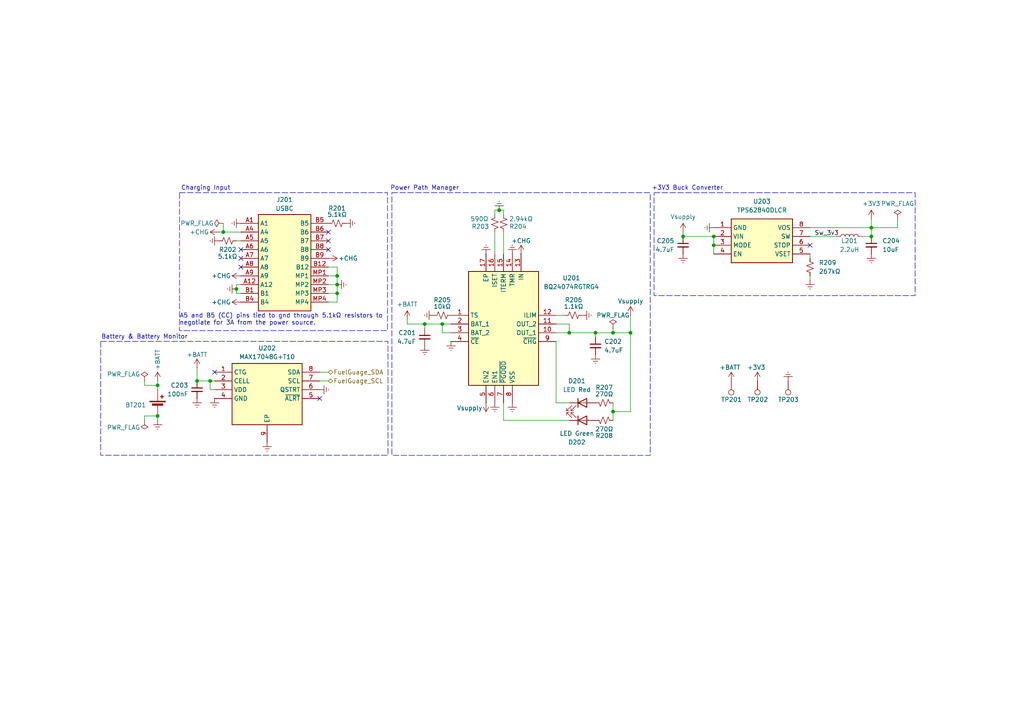
<source format=kicad_sch>
(kicad_sch (version 20250114) (generator "eeschema") (generator_version "9.0")
  (paper "A4")
  (title_block (title "sniffRF_900MHz") (date "2025-11-02") (rev "A") (company "Karthik Raj"))
  (lib_symbols
    (symbol "Connector:TestPoint" (pin_numbers (hide yes)) (pin_names (offset 0.762) (hide yes))
      (property "Reference" "TP" (at 0 6.858 0))
      (property "Value" "TestPoint" (at 0 5.08 0))
      (symbol "TestPoint_0_1"
        (circle (center 0 3.302) (radius 0.762))
      )
      (symbol "TestPoint_1_1"
        (pin passive line (at 0 0 90) (length 2.54) (name "1") (number "1"))
      )
    )
    (symbol "Device:Battery_Cell" (pin_numbers (hide yes)) (pin_names (offset 0) (hide yes))
      (property "Reference" "BT201" (at -6.985 1.8415 90))
      (property "Value" "Battery_Cell" (at -4.445 1.8415 90))
      (symbol "Battery_Cell_0_1"
        (rectangle (start -2.286 1.778) (end 2.286 1.524) (fill (type outline)))
        (rectangle (start -1.524 1.016) (end 1.524 0.508) (fill (type outline)))
        (polyline (pts (xy 0 1.778) (xy 0 2.54)))
        (polyline (pts (xy 0 0.762) (xy 0 0)))
        (polyline (pts (xy 0.762 3.048) (xy 1.778 3.048)) (stroke (width 0.254)))
        (polyline (pts (xy 1.27 3.556) (xy 1.27 2.54)) (stroke (width 0.254)))
      )
      (symbol "Battery_Cell_1_1"
        (pin passive line (at 0 5.08 270) (length 2.54) (name "+") (number "2"))
        (pin passive line (at 0 -2.54 90) (length 2.54) (name "-") (number "1"))
      )
    )
    (symbol "Device:C_Small" (pin_numbers (hide yes)) (pin_names (offset 0.254) (hide yes))
      (property "Reference" "C" (at 0.254 1.778 0))
      (property "Value" "C_Small" (at 0.254 -2.032 0))
      (symbol "C_Small_0_1"
        (polyline (pts (xy -1.524 0.508) (xy 1.524 0.508)) (stroke (width 0.3048)))
        (polyline (pts (xy -1.524 -0.508) (xy 1.524 -0.508)) (stroke (width 0.3302)))
      )
      (symbol "C_Small_1_1"
        (pin passive line (at 0 2.54 270) (length 2.032) (name "~") (number "1"))
        (pin passive line (at 0 -2.54 90) (length 2.032) (name "~") (number "2"))
      )
    )
    (symbol "Device:L" (pin_numbers (hide yes)) (pin_names (offset 1.016) (hide yes))
      (property "Reference" "L" (at -1.27 0 90))
      (property "Value" "L" (at 1.905 0 90))
      (symbol "L_0_1"
        (arc (start 0 2.54) (mid 0.6323 1.905) (end 0 1.27))
        (arc (start 0 1.27) (mid 0.6323 0.635) (end 0 0))
        (arc (start 0 0) (mid 0.6323 -0.635) (end 0 -1.27))
        (arc (start 0 -1.27) (mid 0.6323 -1.905) (end 0 -2.54))
      )
      (symbol "L_1_1"
        (pin passive line (at 0 3.81 270) (length 1.27) (name "1") (number "1"))
        (pin passive line (at 0 -3.81 90) (length 1.27) (name "2") (number "2"))
      )
    )
    (symbol "Device:LED" (pin_numbers (hide yes)) (pin_names (offset 1.016) (hide yes))
      (property "Reference" "D" (at 0 2.54 0))
      (property "Value" "LED" (at 0 -2.54 0))
      (symbol "LED_0_1"
        (polyline (pts (xy -3.048 -0.762) (xy -4.572 -2.286) (xy -3.81 -2.286) (xy -4.572 -2.286) (xy -4.572 -1.524)))
        (polyline (pts (xy -1.778 -0.762) (xy -3.302 -2.286) (xy -2.54 -2.286) (xy -3.302 -2.286) (xy -3.302 -1.524)))
        (polyline (pts (xy -1.27 0) (xy 1.27 0)))
        (polyline (pts (xy -1.27 -1.27) (xy -1.27 1.27)) (stroke (width 0.254)))
        (polyline (pts (xy 1.27 -1.27) (xy 1.27 1.27) (xy -1.27 0) (xy 1.27 -1.27)) (stroke (width 0.254)))
      )
      (symbol "LED_1_1"
        (pin passive line (at -3.81 0 0) (length 2.54) (name "K") (number "1"))
        (pin passive line (at 3.81 0 180) (length 2.54) (name "A") (number "2"))
      )
    )
    (symbol "Device:R_Small_US" (pin_numbers (hide yes)) (pin_names (offset 0.254) (hide yes))
      (property "Reference" "R" (at 0.762 0.508 0))
      (property "Value" "R_Small_US" (at 0.762 -1.016 0))
      (symbol "R_Small_US_1_1"
        (polyline (pts (xy 0 1.524) (xy 1.016 1.143) (xy 0 0.762) (xy -1.016 0.381) (xy 0 0)))
        (polyline (pts (xy 0 0) (xy 1.016 -0.381) (xy 0 -0.762) (xy -1.016 -1.143) (xy 0 -1.524)))
        (pin passive line (at 0 2.54 270) (length 1.016) (name "~") (number "1"))
        (pin passive line (at 0 -2.54 90) (length 1.016) (name "~") (number "2"))
      )
    )
    (symbol "kRaj-KiCAD-Library:Buck_TI_TPS62840DLCR"
      (property "Reference" "IC" (at 24.13 7.62 0))
      (property "Value" "Buck_TI_TPS62840DLCR" (at 24.13 5.08 0))
      (symbol "Buck_TI_TPS62840DLCR_1_1"
        (rectangle (start 5.08 2.54) (end 22.86 -10.16) (stroke (width 0.254)) (fill (type background)))
        (pin passive line (at 0 0 0) (length 5.08) (name "GND") (number "1"))
        (pin passive line (at 0 -2.54 0) (length 5.08) (name "VIN") (number "2"))
        (pin passive line (at 0 -5.08 0) (length 5.08) (name "MODE") (number "3"))
        (pin passive line (at 0 -7.62 0) (length 5.08) (name "EN") (number "4"))
        (pin passive line (at 27.94 0 180) (length 5.08) (name "VOS") (number "8"))
        (pin passive line (at 27.94 -2.54 180) (length 5.08) (name "SW") (number "7"))
        (pin passive line (at 27.94 -5.08 180) (length 5.08) (name "STOP") (number "6"))
        (pin passive line (at 27.94 -7.62 180) (length 5.08) (name "VSET") (number "5"))
      )
    )
    (symbol "kRaj-KiCAD-Library:Connector_GCT_USB4110-GF-A"
      (property "Reference" "J" (at 21.59 7.62 0))
      (property "Value" "Connector_GCT_USB4110-GF-A" (at 21.59 5.08 0))
      (symbol "Connector_GCT_USB4110-GF-A_1_1"
        (rectangle (start 5.08 2.54) (end 20.32 -25.4) (stroke (width 0.254)) (fill (type background)))
        (pin passive line (at 0 0 0) (length 5.08) (name "A1") (number "A1"))
        (pin passive line (at 0 -2.54 0) (length 5.08) (name "A4") (number "A4"))
        (pin passive line (at 0 -5.08 0) (length 5.08) (name "A5") (number "A5"))
        (pin passive line (at 0 -7.62 0) (length 5.08) (name "A6") (number "A6"))
        (pin passive line (at 0 -10.16 0) (length 5.08) (name "A7") (number "A7"))
        (pin passive line (at 0 -12.7 0) (length 5.08) (name "A8") (number "A8"))
        (pin passive line (at 0 -15.24 0) (length 5.08) (name "A9") (number "A9"))
        (pin passive line (at 0 -17.78 0) (length 5.08) (name "A12") (number "A12"))
        (pin passive line (at 0 -20.32 0) (length 5.08) (name "B1") (number "B1"))
        (pin passive line (at 0 -22.86 0) (length 5.08) (name "B4") (number "B4"))
        (pin passive line (at 25.4 0 180) (length 5.08) (name "B5") (number "B5"))
        (pin passive line (at 25.4 -2.54 180) (length 5.08) (name "B6") (number "B6"))
        (pin passive line (at 25.4 -5.08 180) (length 5.08) (name "B7") (number "B7"))
        (pin passive line (at 25.4 -7.62 180) (length 5.08) (name "B8") (number "B8"))
        (pin passive line (at 25.4 -10.16 180) (length 5.08) (name "B9") (number "B9"))
        (pin passive line (at 25.4 -12.7 180) (length 5.08) (name "B12") (number "B12"))
        (pin passive line (at 25.4 -15.24 180) (length 5.08) (name "MP1") (number "MP1"))
        (pin passive line (at 25.4 -17.78 180) (length 5.08) (name "MP2") (number "MP2"))
        (pin passive line (at 25.4 -20.32 180) (length 5.08) (name "MP3") (number "MP3"))
        (pin passive line (at 25.4 -22.86 180) (length 5.08) (name "MP4") (number "MP4"))
      )
    )
    (symbol "kRaj-KiCAD-Library:FuelGauge_AD_MAX17048G+T10"
      (property "Reference" "IC" (at 26.67 7.62 0))
      (property "Value" "FuelGauge_AD_MAX17048G+T10" (at 26.67 5.08 0))
      (symbol "FuelGauge_AD_MAX17048G+T10_1_1"
        (rectangle (start 5.08 2.54) (end 25.4 -15.24) (stroke (width 0.254)) (fill (type background)))
        (pin passive line (at 0 0 0) (length 5.08) (name "CTG") (number "1"))
        (pin passive line (at 0 -2.54 0) (length 5.08) (name "CELL") (number "2"))
        (pin passive line (at 0 -5.08 0) (length 5.08) (name "VDD") (number "3"))
        (pin passive line (at 0 -7.62 0) (length 5.08) (name "GND") (number "4"))
        (pin passive line (at 15.24 -20.32 90) (length 5.08) (name "EP") (number "9"))
        (pin passive line (at 30.48 0 180) (length 5.08) (name "SDA") (number "8"))
        (pin passive line (at 30.48 -2.54 180) (length 5.08) (name "SCL") (number "7"))
        (pin passive line (at 30.48 -5.08 180) (length 5.08) (name "QSTRT") (number "6"))
        (pin passive line (at 30.48 -7.62 180) (length 5.08) (name "~{ALRT}") (number "5"))
      )
    )
    (symbol "kRaj-KiCAD-Library:PowerPath_TI_BQ24074RGTRG4"
      (property "Reference" "IC" (at 26.67 17.78 0))
      (property "Value" "PowerPath_TI_BQ24074RGTRG4" (at 26.67 15.24 0))
      (symbol "PowerPath_TI_BQ24074RGTRG4_1_1"
        (rectangle (start 5.08 12.7) (end 25.4 -20.32) (stroke (width 0.254)) (fill (type background)))
        (pin passive line (at 0 0 0) (length 5.08) (name "TS") (number "1"))
        (pin passive line (at 0 -2.54 0) (length 5.08) (name "BAT_1") (number "2"))
        (pin passive line (at 0 -5.08 0) (length 5.08) (name "BAT_2") (number "3"))
        (pin passive line (at 0 -7.62 0) (length 5.08) (name "~{CE}") (number "4"))
        (pin passive line (at 10.16 17.78 270) (length 5.08) (name "EP") (number "17"))
        (pin passive line (at 10.16 -25.4 90) (length 5.08) (name "EN2") (number "5"))
        (pin passive line (at 12.7 17.78 270) (length 5.08) (name "ISET") (number "16"))
        (pin passive line (at 12.7 -25.4 90) (length 5.08) (name "EN1") (number "6"))
        (pin passive line (at 15.24 17.78 270) (length 5.08) (name "ITERM") (number "15"))
        (pin passive line (at 15.24 -25.4 90) (length 5.08) (name "~{PGOOD}") (number "7"))
        (pin passive line (at 17.78 17.78 270) (length 5.08) (name "TMR") (number "14"))
        (pin passive line (at 17.78 -25.4 90) (length 5.08) (name "VSS") (number "8"))
        (pin passive line (at 20.32 17.78 270) (length 5.08) (name "IN") (number "13"))
        (pin passive line (at 30.48 0 180) (length 5.08) (name "ILIM") (number "12"))
        (pin passive line (at 30.48 -2.54 180) (length 5.08) (name "OUT_2") (number "11"))
        (pin passive line (at 30.48 -5.08 180) (length 5.08) (name "OUT_1") (number "10"))
        (pin passive line (at 30.48 -7.62 180) (length 5.08) (name "~{CHG}") (number "9"))
      )
    )
    (symbol "power:+3V3" (power) (pin_numbers (hide yes)) (pin_names (offset 0) (hide yes))
      (property "Value" "+3V3" (at 0 3.556 0))
      (symbol "+3V3_0_1"
        (polyline (pts (xy -0.762 1.27) (xy 0 2.54)))
        (polyline (pts (xy 0 2.54) (xy 0.762 1.27)))
        (polyline (pts (xy 0 0) (xy 0 2.54)))
      )
      (symbol "+3V3_1_1"
        (pin power_in line (at 0 0 90) (length 0) (name "~") (number "1"))
      )
    )
    (symbol "power:+BATT" (power) (pin_numbers (hide yes)) (pin_names (offset 0) (hide yes))
      (property "Value" "+BATT" (at 0 3.556 0))
      (symbol "+BATT_0_1"
        (polyline (pts (xy -0.762 1.27) (xy 0 2.54)))
        (polyline (pts (xy 0 2.54) (xy 0.762 1.27)))
        (polyline (pts (xy 0 0) (xy 0 2.54)))
      )
      (symbol "+BATT_1_1"
        (pin power_in line (at 0 0 90) (length 0) (name "~") (number "1"))
      )
    )
    (symbol "power:GNDREF" (power) (pin_numbers (hide yes)) (pin_names (offset 0) (hide yes))
      (property "Value" "GNDREF" (at 0 -3.81 0))
      (symbol "GNDREF_0_1"
        (polyline (pts (xy -0.635 -1.905) (xy 0.635 -1.905)))
        (polyline (pts (xy -0.127 -2.54) (xy 0.127 -2.54)))
        (polyline (pts (xy 0 -1.27) (xy 0 0)))
        (polyline (pts (xy 1.27 -1.27) (xy -1.27 -1.27)))
      )
      (symbol "GNDREF_1_1"
        (pin power_in line (at 0 0 270) (length 0) (name "~") (number "1"))
      )
    )
    (symbol "power:PWR_FLAG" (power) (pin_numbers (hide yes)) (pin_names (offset 0) (hide yes))
      (property "Value" "PWR_FLAG" (at 0 3.81 0))
      (symbol "PWR_FLAG_0_0"
        (pin power_out line (at 0 0 90) (length 0) (name "~") (number "1"))
      )
      (symbol "PWR_FLAG_0_1"
        (polyline (pts (xy 0 0) (xy 0 1.27) (xy -1.016 1.905) (xy 0 2.54) (xy 1.016 1.905) (xy 0 1.27)))
      )
    )
    (symbol "power:VCC" (power) (pin_numbers (hide yes)) (pin_names (offset 0) (hide yes))
      (property "Value" "VCC" (at 0 3.556 0))
      (symbol "VCC_0_1"
        (polyline (pts (xy -0.762 1.27) (xy 0 2.54)))
        (polyline (pts (xy 0 2.54) (xy 0.762 1.27)))
        (polyline (pts (xy 0 0) (xy 0 2.54)))
      )
      (symbol "VCC_1_1"
        (pin power_in line (at 0 0 90) (length 0) (name "~") (number "1"))
      )
    )
  )
  (rectangle (start 29.2099 99.0114) (end 112.5307 132.0314) (stroke (width 0) (type dash)))
  (rectangle (start 113.665 55.88) (end 188.595 132.08) (stroke (width 0) (type dash)))
  (rectangle (start 189.7057 55.8877) (end 265.4299 85.7327) (stroke (width 0) (type dash)))
  (rectangle (start 52.07 55.88) (end 112.395 95.885) (stroke (width 0) (type dash)))
  (text "A5 and B5 (CC) pins tied to gnd through 5.1kΩ resistors to \nnegotiate for 3A from the power source." (at 52.07 92.71 0) (effects (font (size 1.27 1.27)) (justify left)))
  (text "Charging Input" (at 59.69 54.61 0) (effects (font (size 1.27 1.27))))
  (text "Battery & Battery Monitor" (at 41.91 97.79 0) (effects (font (size 1.27 1.27))))
  (text "+3V3 Buck Converter" (at 199.39 54.61 0) (effects (font (size 1.27 1.27))))
  (text "Power Path Manager" (at 123.19 54.61 0) (effects (font (size 1.27 1.27))))
  (junction (at 177.8 96.52))
  (junction (at 182.88 96.52))
  (junction (at 165.1 96.52))
  (junction (at 207.01 68.58))
  (junction (at 97.79 82.55))
  (junction (at 172.72 96.52))
  (junction (at 45.72 111.76))
  (junction (at 64.77 67.31))
  (junction (at 123.19 93.98))
  (junction (at 252.73 68.58))
  (junction (at 198.12 68.58))
  (junction (at 177.8 119.38))
  (junction (at 45.72 120.65))
  (junction (at 128.27 93.98))
  (junction (at 252.73 66.04))
  (junction (at 144.78 60.96))
  (junction (at 60.96 110.49))
  (junction (at 57.15 110.49))
  (junction (at 68.58 83.82))
  (junction (at 97.79 85.09))
  (junction (at 207.01 71.12))
  (junction (at 97.79 80.01))
  (no_connect (at 69.85 72.39))
  (no_connect (at 95.25 72.39))
  (no_connect (at 62.23 107.95))
  (no_connect (at 69.85 77.47))
  (no_connect (at 69.85 74.93))
  (no_connect (at 92.71 115.57))
  (no_connect (at 95.25 67.31))
  (no_connect (at 234.95 71.12))
  (no_connect (at 95.25 69.85))
  (wire (pts (xy 92.71 107.95) (xy 95.25 107.95)))
  (wire (pts (xy 95.25 85.09) (xy 97.79 85.09)))
  (wire (pts (xy 165.1 121.92) (xy 146.05 121.92)))
  (wire (pts (xy 60.96 110.49) (xy 62.23 110.49)))
  (wire (pts (xy 260.35 63.5) (xy 260.35 66.04)))
  (wire (pts (xy 64.77 64.77) (xy 64.77 67.31)))
  (wire (pts (xy 64.77 67.31) (xy 69.85 67.31)))
  (wire (pts (xy 92.71 110.49) (xy 95.25 110.49)))
  (wire (pts (xy 95.25 82.55) (xy 97.79 82.55)))
  (wire (pts (xy 182.88 119.38) (xy 182.88 96.52)))
  (wire (pts (xy 165.1 96.52) (xy 172.72 96.52)))
  (wire (pts (xy 165.1 116.84) (xy 161.29 116.84)))
  (wire (pts (xy 62.23 113.03) (xy 60.96 113.03)))
  (wire (pts (xy 252.73 68.58) (xy 252.73 66.04)))
  (wire (pts (xy 118.11 93.98) (xy 123.19 93.98)))
  (wire (pts (xy 177.8 96.52) (xy 182.88 96.52)))
  (wire (pts (xy 68.58 69.85) (xy 69.85 69.85)))
  (wire (pts (xy 207.01 71.12) (xy 207.01 73.66)))
  (wire (pts (xy 97.79 80.01) (xy 97.79 82.55)))
  (wire (pts (xy 146.05 67.31) (xy 146.05 73.66)))
  (wire (pts (xy 207.01 68.58) (xy 207.01 71.12)))
  (wire (pts (xy 165.1 93.98) (xy 165.1 96.52)))
  (wire (pts (xy 95.25 77.47) (xy 97.79 77.47)))
  (wire (pts (xy 123.19 95.25) (xy 123.19 93.98)))
  (wire (pts (xy 177.8 119.38) (xy 177.8 121.92)))
  (wire (pts (xy 161.29 96.52) (xy 165.1 96.52)))
  (wire (pts (xy 41.91 120.65) (xy 45.72 120.65)))
  (wire (pts (xy 234.95 80.01) (xy 234.95 81.28)))
  (wire (pts (xy 172.72 97.79) (xy 172.72 96.52)))
  (wire (pts (xy 45.72 121.92) (xy 45.72 120.65)))
  (wire (pts (xy 41.91 120.65) (xy 41.91 121.92)))
  (wire (pts (xy 41.91 111.76) (xy 45.72 111.76)))
  (wire (pts (xy 128.27 93.98) (xy 130.81 93.98)))
  (wire (pts (xy 177.8 95.25) (xy 177.8 96.52)))
  (wire (pts (xy 95.25 87.63) (xy 97.79 87.63)))
  (wire (pts (xy 177.8 119.38) (xy 182.88 119.38)))
  (wire (pts (xy 234.95 73.66) (xy 234.95 74.93)))
  (wire (pts (xy 250.19 68.58) (xy 252.73 68.58)))
  (wire (pts (xy 69.85 85.09) (xy 68.58 85.09)))
  (wire (pts (xy 242.57 68.58) (xy 234.95 68.58)))
  (wire (pts (xy 143.51 62.23) (xy 143.51 60.96)))
  (wire (pts (xy 118.11 93.98) (xy 118.11 92.71)))
  (wire (pts (xy 260.35 66.04) (xy 252.73 66.04)))
  (wire (pts (xy 130.81 96.52) (xy 128.27 96.52)))
  (wire (pts (xy 146.05 62.23) (xy 146.05 60.96)))
  (wire (pts (xy 143.51 60.96) (xy 144.78 60.96)))
  (wire (pts (xy 68.58 83.82) (xy 68.58 85.09)))
  (wire (pts (xy 182.88 91.44) (xy 182.88 96.52)))
  (wire (pts (xy 252.73 66.04) (xy 252.73 63.5)))
  (wire (pts (xy 60.96 113.03) (xy 60.96 110.49)))
  (wire (pts (xy 161.29 116.84) (xy 161.29 99.06)))
  (wire (pts (xy 57.15 110.49) (xy 60.96 110.49)))
  (wire (pts (xy 41.91 111.76) (xy 41.91 110.49)))
  (wire (pts (xy 97.79 77.47) (xy 97.79 80.01)))
  (wire (pts (xy 45.72 111.76) (xy 45.72 110.49)))
  (wire (pts (xy 177.8 116.84) (xy 177.8 119.38)))
  (wire (pts (xy 97.79 85.09) (xy 97.79 82.55)))
  (wire (pts (xy 128.27 96.52) (xy 128.27 93.98)))
  (wire (pts (xy 69.85 82.55) (xy 68.58 82.55)))
  (wire (pts (xy 97.79 87.63) (xy 97.79 85.09)))
  (wire (pts (xy 143.51 67.31) (xy 143.51 73.66)))
  (wire (pts (xy 68.58 82.55) (xy 68.58 83.82)))
  (wire (pts (xy 161.29 93.98) (xy 165.1 93.98)))
  (wire (pts (xy 161.29 91.44) (xy 163.83 91.44)))
  (wire (pts (xy 95.25 80.01) (xy 97.79 80.01)))
  (wire (pts (xy 146.05 121.92) (xy 146.05 116.84)))
  (wire (pts (xy 234.95 66.04) (xy 252.73 66.04)))
  (wire (pts (xy 123.19 93.98) (xy 128.27 93.98)))
  (wire (pts (xy 45.72 111.76) (xy 45.72 113.03)))
  (wire (pts (xy 172.72 96.52) (xy 177.8 96.52)))
  (wire (pts (xy 198.12 67.31) (xy 198.12 68.58)))
  (wire (pts (xy 146.05 60.96) (xy 144.78 60.96)))
  (wire (pts (xy 57.15 106.68) (xy 57.15 110.49)))
  (wire (pts (xy 63.5 67.31) (xy 64.77 67.31)))
  (wire (pts (xy 198.12 68.58) (xy 207.01 68.58)))
  (label "Sw_3v3" (at 236.22 68.58 0))
  (hierarchical_label "FuelGuage_SDA" (shape bidirectional) (at 95.25 107.95 0))
  (hierarchical_label "FuelGuage_SCL" (shape bidirectional) (at 95.25 110.49 0))
  (symbol (lib_id "power:GNDREF") (at 198.12 73.66 0) (unit 1)
    (property "Reference" "#PWR0235" (effects (hide yes)))
    (property "Value" "GNDREF" (effects (hide yes)))
    (property "Description" "Power symbol creates a global label with name \"GNDREF\" , reference supply ground" (effects (hide yes)))
  )
  (symbol (lib_id "power:GNDREF") (at 92.71 113.03 90) (unit 1)
    (property "Reference" "#PWR0226" (effects (hide yes)))
    (property "Value" "GNDREF" (effects (hide yes)))
    (property "Description" "Power symbol creates a global label with name \"GNDREF\" , reference supply ground" (effects (hide yes)))
  )
  (symbol (lib_id "power:VCC") (at 140.97 116.84 180) (unit 1)
    (property "Reference" "#PWR0221" (effects (hide yes)))
    (property "Value" "Vsupply" (at 136.1976 118.3487 0))
    (property "Description" "Power symbol creates a global label with name \"VCC\"" (effects (hide yes)))
  )
  (symbol (lib_id "kRaj-KiCAD-Library:Buck_TI_TPS62840DLCR") (at 207.01 66.04 0) (unit 1)
    (property "Reference" "U203" (at 220.98 58.42 0))
    (property "Value" "TPS62840DLCR" (at 220.98 60.96 0))
    (property "Footprint" "kRaj-KiCAD-Library:Buck_TI_SON50P150X200X100-8N-D" (effects (hide yes)))
    (property "Datasheet" "https://www.ti.com/lit/gpn/TPS62840" (effects (hide yes)))
    (property "Description" "Switching Voltage Regulators 60-nA IQ, 1.8-V to 6.5-VIN, high-efficiency 750-mA step-down converter 8-VSON-HR -40 to 125" (effects (hide yes)))
    (property "Manufacturer" "Texas Instruments" (effects (hide yes)))
    (property "MPN" "TPS62840DLCR" (effects (hide yes)))
    (property "LCSC PN" "C2071859" (effects (hide yes)))
  )
  (symbol (lib_id "power:+3V3") (at 252.73 63.5 0) (unit 1)
    (property "Reference" "#PWR0231" (effects (hide yes)))
    (property "Value" "+3V3" (at 252.73 59.055 0))
    (property "Description" "Power symbol creates a global label with name \"+3V3\"" (effects (hide yes)))
  )
  (symbol (lib_id "power:PWR_FLAG") (at 41.91 121.92 180) (unit 1)
    (property "Reference" "#FLG0204" (effects (hide yes)))
    (property "Value" "PWR_FLAG" (at 35.828 123.9768 0))
    (property "Description" "Special symbol for telling ERC where power comes from" (effects (hide yes)))
  )
  (symbol (lib_id "Device:R_Small_US") (at 66.04 69.85 90) (unit 1)
    (property "Reference" "R202" (at 66.04 72.39 90))
    (property "Value" "5.1kΩ" (at 66.0163 74.395 90))
    (property "Footprint" "Resistor_SMD:R_0603_1608Metric_Pad0.98x0.95mm_HandSolder" (effects (hide yes)))
    (property "Description" "Resistor, small US symbol" (effects (hide yes)))
    (property "Manufacturer" "UNI-ROYAL" (effects (hide yes)))
    (property "MPN" "0603WAF5101T5E" (effects (hide yes)))
    (property "LCSC PN" "C23186" (effects (hide yes)))
  )
  (symbol (lib_id "power:GNDREF") (at 234.95 81.28 0) (unit 1)
    (property "Reference" "#PWR0236" (effects (hide yes)))
    (property "Value" "GNDREF" (effects (hide yes)))
    (property "Description" "Power symbol creates a global label with name \"GNDREF\" , reference supply ground" (effects (hide yes)))
  )
  (symbol (lib_id "Device:C_Small") (at 172.72 100.33 0) (unit 1)
    (property "Reference" "C202" (at 175.26 99.0662 0) (effects (justify left)))
    (property "Value" "4.7uF" (at 175.26 101.6062 0) (effects (justify left)))
    (property "Footprint" "Capacitor_SMD:C_0402_1005Metric_Pad0.74x0.62mm_HandSolder" (effects (hide yes)))
    (property "Description" "Unpolarized capacitor, small symbol" (effects (hide yes)))
    (property "Manufacturer" "Samsung" (effects (hide yes)))
    (property "MPN" "CL05A475MP5NRNC" (effects (hide yes)))
    (property "LCSC PN" "C23733" (effects (hide yes)))
  )
  (symbol (lib_id "Device:R_Small_US") (at 128.27 91.44 90) (unit 1)
    (property "Reference" "R205" (at 128.27 86.995 90))
    (property "Value" "10kΩ" (at 128.27 88.9 90))
    (property "Footprint" "Resistor_SMD:R_0402_1005Metric_Pad0.72x0.64mm_HandSolder" (effects (hide yes)))
    (property "Description" "Resistor, small US symbol" (effects (hide yes)))
    (property "Manufacturer" "UNI-ROYAL" (effects (hide yes)))
    (property "MPN" "0402WGJ0103TCE" (effects (hide yes)))
    (property "LCSC PN" "C25531" (effects (hide yes)))
  )
  (symbol (lib_id "power:+BATT") (at 57.15 106.68 0) (unit 1)
    (property "Reference" "#PWR0224" (effects (hide yes)))
    (property "Value" "+BATT" (at 57.15 102.87 0))
    (property "Description" "Power symbol creates a global label with name \"+BATT\"" (effects (hide yes)))
  )
  (symbol (lib_id "power:GNDREF") (at 123.19 100.33 0) (unit 1)
    (property "Reference" "#PWR0219" (effects (hide yes)))
    (property "Value" "GNDREF" (effects (hide yes)))
    (property "Description" "Power symbol creates a global label with name \"GNDREF\" , reference supply ground" (effects (hide yes)))
  )
  (symbol (lib_id "power:GNDREF") (at 143.51 116.84 0) (unit 1)
    (property "Reference" "#PWR0222" (effects (hide yes)))
    (property "Value" "GNDREF" (effects (hide yes)))
    (property "Description" "Power symbol creates a global label with name \"GNDREF\" , reference supply ground" (effects (hide yes)))
  )
  (symbol (lib_id "Device:C_Small") (at 57.15 113.03 0) (mirror y) (unit 1)
    (property "Reference" "C203" (at 54.61 111.7662 0) (effects (justify left)))
    (property "Value" "100nF" (at 54.61 114.3062 0) (effects (justify left)))
    (property "Footprint" "Capacitor_SMD:C_0402_1005Metric_Pad0.74x0.62mm_HandSolder" (effects (hide yes)))
    (property "Description" "Unpolarized capacitor, small symbol" (effects (hide yes)))
    (property "Manufacturer" "Samsung" (effects (hide yes)))
    (property "MPN" "CL05B104KO5NNNC" (effects (hide yes)))
    (property "LCSC PN" "C1525" (effects (hide yes)))
  )
  (symbol (lib_id "power:GNDREF") (at 77.47 128.27 0) (unit 1)
    (property "Reference" "#PWR0230" (effects (hide yes)))
    (property "Value" "GNDREF" (effects (hide yes)))
    (property "Description" "Power symbol creates a global label with name \"GNDREF\" , reference supply ground" (effects (hide yes)))
  )
  (symbol (lib_id "kRaj-KiCAD-Library:PowerPath_TI_BQ24074RGTRG4") (at 130.81 91.44 0) (unit 1)
    (property "Reference" "U201" (at 165.735 80.645 0))
    (property "Value" "BQ24074RGTRG4" (at 165.735 83.185 0))
    (property "Footprint" "kRaj-KiCAD-Library:PowerPath_TI_QFN50P300X300X100-17N-D" (effects (hide yes)))
    (property "Datasheet" "https://www.ti.com/lit/ds/symlink/bq24074.pdf?ts=1631348852166&ref_url=https%253A%252F%252Fwww.ti.com%252Fproduct%252FBQ24074" (effects (hide yes)))
    (property "Description" "Battery Charger Li-Ion 1500mA 4.2V 16-Pin VQFN EP T/R" (effects (hide yes)))
    (property "Height" "1" (effects (hide yes)))
    (property "Manufacturer_Name" "Texas Instruments" (effects (hide yes)))
    (property "Manufacturer_Part_Number" "BQ24074RGTRG4" (effects (hide yes)))
    (property "Mouser Part Number" "595-BQ24074RGTRG4" (effects (hide yes)))
    (property "Mouser Price/Stock" "https://www.mouser.co.uk/ProductDetail/Texas-Instruments/BQ24074RGTRG4?qs=drm0CCHqiV5LjyrmJlyFDQ%3D%3D" (effects (hide yes)))
    (property "Arrow Part Number" "BQ24074RGTRG4" (effects (hide yes)))
    (property "Arrow Price/Stock" "https://www.arrow.com/en/products/bq24074rgtrg4/texas-instruments" (effects (hide yes)))
    (property "Manufacturer" "Texas Instruments" (effects (hide yes)))
    (property "MPN" "BQ24074RGTR" (effects (hide yes)))
    (property "LCSC PN" "C54313" (effects (hide yes)))
  )
  (symbol (lib_id "power:+BATT") (at 95.25 74.93 270) (unit 1)
    (property "Reference" "#PWR0205" (effects (hide yes)))
    (property "Value" "+CHG" (at 100.965 74.93 90))
    (property "Description" "Power symbol creates a global label with name \"+CHG\"" (effects (hide yes)))
  )
  (symbol (lib_id "Device:C_Small") (at 252.73 71.12 0) (unit 1)
    (property "Reference" "C204" (at 255.905 69.8562 0) (effects (justify left)))
    (property "Value" "10uF" (at 255.905 72.3962 0) (effects (justify left)))
    (property "Footprint" "Capacitor_SMD:C_0402_1005Metric_Pad0.74x0.62mm_HandSolder" (effects (hide yes)))
    (property "Description" "Unpolarized capacitor, small symbol" (effects (hide yes)))
    (property "Manufacturer" "Samsung" (effects (hide yes)))
    (property "MPN" "CL05A106MQ5NUNC" (effects (hide yes)))
    (property "LCSC PN" "C15525" (effects (hide yes)))
  )
  (symbol (lib_id "Device:LED") (at 168.91 116.84 0) (unit 1)
    (property "Reference" "D201" (at 167.3225 110.49 0))
    (property "Value" "LED Red" (at 167.3225 113.03 0))
    (property "Footprint" "kRaj-KiCAD-Library:LED_Dialight_5973308207F" (effects (hide yes)))
    (property "Description" "Light emitting diode" (effects (hide yes)))
    (property "Sim.Pins" "1=K 2=A" (effects (hide yes)))
    (property "Manufacturer" "Dialight" (effects (hide yes)))
    (property "MPN" "5973008207F" (effects (hide yes)))
    (property "LCSC PN" "C6095189" (effects (hide yes)))
  )
  (symbol (lib_id "power:+BATT") (at 69.85 87.63 90) (unit 1)
    (property "Reference" "#PWR0209" (effects (hide yes)))
    (property "Value" "+CHG" (at 64.135 87.63 90))
    (property "Description" "Power symbol creates a global label with name \"+CHG\"" (effects (hide yes)))
  )
  (symbol (lib_id "Device:R_Small_US") (at 166.37 91.44 90) (unit 1)
    (property "Reference" "R206" (at 166.37 86.995 90))
    (property "Value" "1.1kΩ" (at 166.37 88.9 90))
    (property "Footprint" "Resistor_SMD:R_0603_1608Metric_Pad0.98x0.95mm_HandSolder" (effects (hide yes)))
    (property "Description" "Resistor, small US symbol" (effects (hide yes)))
    (property "Manufacturer" "Yageo" (effects (hide yes)))
    (property "MPN" "RT0603BRE071K1L" (effects (hide yes)))
    (property "LCSC PN" "C705821" (effects (hide yes)))
  )
  (symbol (lib_id "power:VCC") (at 198.12 67.31 0) (unit 1)
    (property "Reference" "#PWR0233" (effects (hide yes)))
    (property "Value" "Vsupply" (at 198.12 62.865 0))
    (property "Description" "Power symbol creates a global label with name \"VCC\"" (effects (hide yes)))
  )
  (symbol (lib_id "power:+BATT") (at 118.11 92.71 0) (unit 1)
    (property "Reference" "#PWR0217" (effects (hide yes)))
    (property "Value" "+BATT" (at 118.11 88.265 0))
    (property "Description" "Power symbol creates a global label with name \"+BATT\"" (effects (hide yes)))
  )
  (symbol (lib_id "power:+BATT") (at 212.09 110.49 0) (unit 1)
    (property "Reference" "#PWR0237" (effects (hide yes)))
    (property "Value" "+BATT" (at 211.7271 106.5699 0))
    (property "Description" "Power symbol creates a global label with name \"+BATT\"" (effects (hide yes)))
  )
  (symbol (lib_id "power:GNDREF") (at 140.97 73.66 180) (unit 1)
    (property "Reference" "#PWR0211" (effects (hide yes)))
    (property "Value" "GNDREF" (effects (hide yes)))
    (property "Description" "Power symbol creates a global label with name \"GNDREF\" , reference supply ground" (effects (hide yes)))
  )
  (symbol (lib_id "Device:R_Small_US") (at 175.26 116.84 270) (mirror x) (unit 1)
    (property "Reference" "R207" (at 175.26 112.395 90))
    (property "Value" "270Ω" (at 175.26 114.3 90))
    (property "Footprint" "Resistor_SMD:R_0805_2012Metric_Pad1.20x1.40mm_HandSolder" (effects (hide yes)))
    (property "Description" "Resistor, small US symbol" (effects (hide yes)))
    (property "Manufacturer" "UNI-ROYAL" (effects (hide yes)))
    (property "MPN" "0805W8F2700T5E" (effects (hide yes)))
    (property "LCSC PN" "C17590" (effects (hide yes)))
  )
  (symbol (lib_id "power:GNDREF") (at 148.59 73.66 180) (unit 1)
    (property "Reference" "#PWR0212" (effects (hide yes)))
    (property "Value" "GNDREF" (effects (hide yes)))
    (property "Description" "Power symbol creates a global label with name \"GNDREF\" , reference supply ground" (effects (hide yes)))
  )
  (symbol (lib_id "Device:R_Small_US") (at 146.05 64.77 0) (unit 1)
    (property "Reference" "R204" (at 150.2352 65.6992 0))
    (property "Value" "2.94kΩ" (at 151.13 63.5 0))
    (property "Footprint" "Resistor_SMD:R_0402_1005Metric_Pad0.72x0.64mm_HandSolder" (effects (hide yes)))
    (property "Description" "Resistor, small US symbol" (effects (hide yes)))
    (property "Manufacturer" "Yageo" (effects (hide yes)))
    (property "MPN" "RT0402BRD072K94L" (effects (hide yes)))
    (property "LCSC PN" "C852709" (effects (hide yes)))
  )
  (symbol (lib_id "Device:C_Small") (at 123.19 97.79 0) (mirror y) (unit 1)
    (property "Reference" "C201" (at 120.65 96.5262 0) (effects (justify left)))
    (property "Value" "4.7uF" (at 120.65 99.0662 0) (effects (justify left)))
    (property "Footprint" "Capacitor_SMD:C_0402_1005Metric_Pad0.74x0.62mm_HandSolder" (effects (hide yes)))
    (property "Description" "Unpolarized capacitor, small symbol" (effects (hide yes)))
    (property "Manufacturer" "Samsung" (effects (hide yes)))
    (property "MPN" "CL05A475MP5NRNC" (effects (hide yes)))
    (property "LCSC PN" "C23733" (effects (hide yes)))
  )
  (symbol (lib_id "power:GNDREF") (at 69.85 64.77 270) (unit 1)
    (property "Reference" "#PWR0201" (effects (hide yes)))
    (property "Value" "GNDREF" (effects (hide yes)))
    (property "Description" "Power symbol creates a global label with name \"GNDREF\" , reference supply ground" (effects (hide yes)))
  )
  (symbol (lib_id "power:GNDREF") (at 144.78 60.96 180) (unit 1)
    (property "Reference" "#PWR0210" (effects (hide yes)))
    (property "Value" "GNDREF" (effects (hide yes)))
    (property "Description" "Power symbol creates a global label with name \"GNDREF\" , reference supply ground" (effects (hide yes)))
  )
  (symbol (lib_id "power:GNDREF") (at 100.33 64.77 90) (unit 1)
    (property "Reference" "#PWR0202" (effects (hide yes)))
    (property "Value" "GNDREF" (effects (hide yes)))
    (property "Description" "Power symbol creates a global label with name \"GNDREF\" , reference supply ground" (effects (hide yes)))
  )
  (symbol (lib_id "Device:L") (at 246.38 68.58 90) (unit 1)
    (property "Reference" "L201" (at 246.38 69.85 90))
    (property "Value" "2.2uH" (at 246.38 72.39 90))
    (property "Footprint" "kRaj-KiCAD-Library:Inductor_Murata_1286ASH1R0MP2" (effects (hide yes)))
    (property "Description" "Inductor" (effects (hide yes)))
    (property "Manufacturer" "Murata" (effects (hide yes)))
    (property "MPN" "DFE201612E-2R2M=P2" (effects (hide yes)))
    (property "LCSC PN" "C337893" (effects (hide yes)))
  )
  (symbol (lib_id "Device:C_Small") (at 198.12 71.12 0) (mirror y) (unit 1)
    (property "Reference" "C205" (at 195.58 69.8562 0) (effects (justify left)))
    (property "Value" "4.7uF" (at 195.58 72.3962 0) (effects (justify left)))
    (property "Footprint" "Capacitor_SMD:C_0402_1005Metric_Pad0.74x0.62mm_HandSolder" (effects (hide yes)))
    (property "Description" "Unpolarized capacitor, small symbol" (effects (hide yes)))
    (property "Manufacturer" "Samsung" (effects (hide yes)))
    (property "MPN" "CL05A475MP5NRNC" (effects (hide yes)))
    (property "LCSC PN" "C23733" (effects (hide yes)))
  )
  (symbol (lib_id "power:VCC") (at 182.88 91.44 0) (unit 1)
    (property "Reference" "#PWR0214" (effects (hide yes)))
    (property "Value" "Vsupply" (at 182.8773 87.3334 0))
    (property "Description" "Power symbol creates a global label with name \"VCC\"" (effects (hide yes)))
  )
  (symbol (lib_id "power:GNDREF") (at 63.5 69.85 270) (unit 1)
    (property "Reference" "#PWR0204" (effects (hide yes)))
    (property "Value" "GNDREF" (effects (hide yes)))
    (property "Description" "Power symbol creates a global label with name \"GNDREF\" , reference supply ground" (effects (hide yes)))
  )
  (symbol (lib_id "power:GNDREF") (at 148.59 116.84 0) (unit 1)
    (property "Reference" "#PWR0223" (effects (hide yes)))
    (property "Value" "GNDREF" (effects (hide yes)))
    (property "Description" "Power symbol creates a global label with name \"GNDREF\" , reference supply ground" (effects (hide yes)))
  )
  (symbol (lib_id "power:GNDREF") (at 68.58 83.82 270) (unit 1)
    (property "Reference" "#PWR0208" (effects (hide yes)))
    (property "Value" "GNDREF" (effects (hide yes)))
    (property "Description" "Power symbol creates a global label with name \"GNDREF\" , reference supply ground" (effects (hide yes)))
  )
  (symbol (lib_id "power:+BATT") (at 151.13 73.66 0) (unit 1)
    (property "Reference" "#PWR0213" (effects (hide yes)))
    (property "Value" "+CHG" (at 151.13 69.85 0))
    (property "Description" "Power symbol creates a global label with name \"+CHG\"" (effects (hide yes)))
  )
  (symbol (lib_id "Connector:TestPoint") (at 212.09 110.49 180) (unit 1) (in_bom no)
    (property "Reference" "TP201" (at 215.2013 115.8923 0) (effects (justify left)))
    (property "Value" "+Batt" (effects (hide yes)))
    (property "Footprint" "TestPoint:TestPoint_Pad_D1.0mm" (effects (hide yes)))
    (property "Description" "test point" (effects (hide yes)))
  )
  (symbol (lib_id "power:+BATT") (at 69.85 80.01 90) (unit 1)
    (property "Reference" "#PWR0206" (effects (hide yes)))
    (property "Value" "+CHG" (at 64.135 80.01 90))
    (property "Description" "Power symbol creates a global label with name \"+CHG\"" (effects (hide yes)))
  )
  (symbol (lib_id "power:GNDREF") (at 97.79 82.55 90) (unit 1)
    (property "Reference" "#PWR0207" (effects (hide yes)))
    (property "Value" "GNDREF" (effects (hide yes)))
    (property "Description" "Power symbol creates a global label with name \"GNDREF\" , reference supply ground" (effects (hide yes)))
  )
  (symbol (lib_id "Connector:TestPoint") (at 219.71 110.49 180) (unit 1) (in_bom no)
    (property "Reference" "TP202" (at 222.8213 115.8923 0) (effects (justify left)))
    (property "Value" "+Batt" (effects (hide yes)))
    (property "Footprint" "TestPoint:TestPoint_Pad_D1.0mm" (effects (hide yes)))
    (property "Description" "test point" (effects (hide yes)))
  )
  (symbol (lib_id "power:GNDREF") (at 172.72 102.87 0) (unit 1)
    (property "Reference" "#PWR0220" (effects (hide yes)))
    (property "Value" "GNDREF" (effects (hide yes)))
    (property "Description" "Power symbol creates a global label with name \"GNDREF\" , reference supply ground" (effects (hide yes)))
  )
  (symbol (lib_id "power:PWR_FLAG") (at 41.91 110.49 0) (unit 1)
    (property "Reference" "#FLG0202" (effects (hide yes)))
    (property "Value" "PWR_FLAG" (at 35.828 108.5335 0))
    (property "Description" "Special symbol for telling ERC where power comes from" (effects (hide yes)))
  )
  (symbol (lib_id "power:GNDREF") (at 45.72 121.92 0) (unit 1)
    (property "Reference" "#PWR0229" (effects (hide yes)))
    (property "Value" "GNDREF" (effects (hide yes)))
    (property "Description" "Power symbol creates a global label with name \"GNDREF\" , reference supply ground" (effects (hide yes)))
  )
  (symbol (lib_id "power:+BATT") (at 63.5 67.31 90) (unit 1)
    (property "Reference" "#PWR0203" (effects (hide yes)))
    (property "Value" "+CHG" (at 57.785 67.31 90))
    (property "Description" "Power symbol creates a global label with name \"+CHG\"" (effects (hide yes)))
  )
  (symbol (lib_id "power:GNDREF") (at 130.81 99.06 0) (unit 1)
    (property "Reference" "#PWR0218" (effects (hide yes)))
    (property "Value" "GNDREF" (effects (hide yes)))
    (property "Description" "Power symbol creates a global label with name \"GNDREF\" , reference supply ground" (effects (hide yes)))
  )
  (symbol (lib_id "power:+BATT") (at 45.72 110.49 0) (unit 1)
    (property "Reference" "#PWR0225" (effects (hide yes)))
    (property "Value" "+BATT" (at 45.7199 107.315 90) (effects (justify left)))
    (property "Description" "Power symbol creates a global label with name \"+BATT\"" (effects (hide yes)))
  )
  (symbol (lib_id "power:GNDREF") (at 252.73 73.66 0) (unit 1)
    (property "Reference" "#PWR0234" (effects (hide yes)))
    (property "Value" "GNDREF" (effects (hide yes)))
    (property "Description" "Power symbol creates a global label with name \"GNDREF\" , reference supply ground" (effects (hide yes)))
  )
  (symbol (lib_id "power:GNDREF") (at 62.23 115.57 0) (unit 1)
    (property "Reference" "#PWR0228" (effects (hide yes)))
    (property "Value" "GNDREF" (effects (hide yes)))
    (property "Description" "Power symbol creates a global label with name \"GNDREF\" , reference supply ground" (effects (hide yes)))
  )
  (symbol (lib_id "Device:R_Small_US") (at 234.95 77.47 0) (unit 1)
    (property "Reference" "R209" (at 237.49 76.1999 0) (effects (justify left)))
    (property "Value" "267kΩ" (at 237.49 78.7399 0) (effects (justify left)))
    (property "Footprint" "Resistor_SMD:R_1206_3216Metric_Pad1.30x1.75mm_HandSolder" (effects (hide yes)))
    (property "Description" "Resistor, small US symbol" (effects (hide yes)))
    (property "Manufacturer" "Yageo" (effects (hide yes)))
    (property "MPN" "RT1206BRD07267KL" (effects (hide yes)))
    (property "LCSC PN" "C870591" (effects (hide yes)))
  )
  (symbol (lib_id "Device:R_Small_US") (at 175.26 121.92 90) (mirror x) (unit 1)
    (property "Reference" "R208" (at 175.26 126.365 90))
    (property "Value" "270Ω" (at 175.26 124.46 90))
    (property "Footprint" "Resistor_SMD:R_0805_2012Metric_Pad1.20x1.40mm_HandSolder" (effects (hide yes)))
    (property "Description" "Resistor, small US symbol" (effects (hide yes)))
    (property "Manufacturer" "UNI-ROYAL" (effects (hide yes)))
    (property "MPN" "0805W8F2700T5E" (effects (hide yes)))
    (property "LCSC PN" "C17590" (effects (hide yes)))
  )
  (symbol (lib_id "power:PWR_FLAG") (at 64.77 64.77 90) (unit 1)
    (property "Reference" "#FLG0205" (effects (hide yes)))
    (property "Value" "PWR_FLAG" (at 57.15 64.77 90))
    (property "Description" "Special symbol for telling ERC where power comes from" (effects (hide yes)))
  )
  (symbol (lib_id "power:GNDREF") (at 207.01 66.04 270) (unit 1)
    (property "Reference" "#PWR0232" (effects (hide yes)))
    (property "Value" "GNDREF" (effects (hide yes)))
    (property "Description" "Power symbol creates a global label with name \"GNDREF\" , reference supply ground" (effects (hide yes)))
  )
  (symbol (lib_id "power:GNDREF") (at 228.6 110.49 180) (unit 1)
    (property "Reference" "#PWR0240" (effects (hide yes)))
    (property "Value" "GNDREF" (effects (hide yes)))
    (property "Description" "Power symbol creates a global label with name \"GNDREF\" , reference supply ground" (effects (hide yes)))
  )
  (symbol (lib_id "Device:R_Small_US") (at 143.51 64.77 0) (mirror y) (unit 1)
    (property "Reference" "R203" (at 139.3248 65.6992 0))
    (property "Value" "590Ω" (at 139.065 63.5 0))
    (property "Footprint" "Resistor_SMD:R_0603_1608Metric_Pad0.98x0.95mm_HandSolder" (effects (hide yes)))
    (property "Description" "Resistor, small US symbol" (effects (hide yes)))
    (property "Manufacturer" "Yageo" (effects (hide yes)))
    (property "MPN" "AC0603FR-07590RL" (effects (hide yes)))
    (property "LCSC PN" "C227973" (effects (hide yes)))
  )
  (symbol (lib_id "kRaj-KiCAD-Library:Connector_GCT_USB4110-GF-A") (at 69.85 64.77 0) (unit 1)
    (property "Reference" "J201" (at 82.5257 57.9355 0))
    (property "Value" "USBC" (at 82.5257 60.4755 0))
    (property "Footprint" "kRaj-KiCAD-Library:Connector_GCT_USB4110GFA" (effects (hide yes)))
    (property "Datasheet" "https://gct.co/files/drawings/usb4110.pdf" (effects (hide yes)))
    (property "Description" "CONN USB 2.0 TYPE-C R/A SMT" (effects (hide yes)))
    (property "Manufacturer" "Global Connector Technology" (effects (hide yes)))
    (property "MPN" "USB4110-GF-A" (effects (hide yes)))
    (property "LCSC PN" "C5143397" (effects (hide yes)))
  )
  (symbol (lib_id "power:+BATT") (at 219.71 110.49 0) (unit 1)
    (property "Reference" "#PWR0239" (effects (hide yes)))
    (property "Value" "+3V3" (at 219.3471 106.5699 0))
    (property "Description" "Power symbol creates a global label with name \"+BATT\"" (effects (hide yes)))
  )
  (symbol (lib_id "power:PWR_FLAG") (at 177.8 95.25 0) (unit 1)
    (property "Reference" "#FLG0201" (effects (hide yes)))
    (property "Value" "PWR_FLAG" (at 177.8 91.44 0))
    (property "Description" "Special symbol for telling ERC where power comes from" (effects (hide yes)))
  )
  (symbol (lib_id "power:PWR_FLAG") (at 260.35 63.5 0) (unit 1)
    (property "Reference" "#FLG0203" (effects (hide yes)))
    (property "Value" "PWR_FLAG" (at 260.35 59.055 0))
    (property "Description" "Special symbol for telling ERC where power comes from" (effects (hide yes)))
  )
  (symbol (lib_id "power:GNDREF") (at 57.15 115.57 0) (unit 1)
    (property "Reference" "#PWR0227" (effects (hide yes)))
    (property "Value" "GNDREF" (effects (hide yes)))
    (property "Description" "Power symbol creates a global label with name \"GNDREF\" , reference supply ground" (effects (hide yes)))
  )
  (symbol (lib_id "Connector:TestPoint") (at 228.6 110.49 180) (unit 1) (in_bom no)
    (property "Reference" "TP203" (at 231.7113 115.8923 0) (effects (justify left)))
    (property "Value" "+Batt" (effects (hide yes)))
    (property "Footprint" "TestPoint:TestPoint_Pad_D1.0mm" (effects (hide yes)))
    (property "Description" "test point" (effects (hide yes)))
  )
  (symbol (lib_id "Device:R_Small_US") (at 97.79 64.77 270) (unit 1)
    (property "Reference" "R201" (at 97.7663 60.425 90))
    (property "Value" "5.1kΩ" (at 97.79 62.23 90))
    (property "Footprint" "Resistor_SMD:R_0603_1608Metric_Pad0.98x0.95mm_HandSolder" (effects (hide yes)))
    (property "Description" "Resistor, small US symbol" (effects (hide yes)))
    (property "Manufacturer" "UNI-ROYAL" (effects (hide yes)))
    (property "MPN" "0603WAF5101T5E" (effects (hide yes)))
    (property "LCSC PN" "C23186" (effects (hide yes)))
  )
  (symbol (lib_id "power:GNDREF") (at 125.73 91.44 270) (unit 1)
    (property "Reference" "#PWR0215" (effects (hide yes)))
    (property "Value" "GNDREF" (effects (hide yes)))
    (property "Description" "Power symbol creates a global label with name \"GNDREF\" , reference supply ground" (effects (hide yes)))
  )
  (symbol (lib_id "power:GNDREF") (at 168.91 91.44 90) (unit 1)
    (property "Reference" "#PWR0216" (effects (hide yes)))
    (property "Value" "GNDREF" (effects (hide yes)))
    (property "Description" "Power symbol creates a global label with name \"GNDREF\" , reference supply ground" (effects (hide yes)))
  )
  (symbol (lib_id "kRaj-KiCAD-Library:FuelGauge_AD_MAX17048G+T10") (at 62.23 107.95 0) (unit 1)
    (property "Reference" "U202" (at 77.47 100.965 0))
    (property "Value" "MAX17048G+T10" (at 77.47 103.505 0))
    (property "Footprint" "kRaj-KiCAD-Library:FuelGauge_AD_SON50P200X200X80-9N-D" (effects (hide yes)))
    (property "Datasheet" "https://www.analog.com/MAX17048/datasheet" (effects (hide yes)))
    (property "Description" "3A 1-Cell/2-Cell Fuel Gauge with ModelGauge" (effects (hide yes)))
    (property "Manufacturer" "Analog Devices" (effects (hide yes)))
    (property "MPN" "MAX17048G+T10" (effects (hide yes)))
    (property "LCSC PN" "C2682616" (effects (hide yes)))
  )
  (symbol (lib_id "Device:LED") (at 168.91 121.92 0) (mirror x) (unit 1)
    (property "Reference" "D202" (at 167.3225 128.27 0))
    (property "Value" "LED Green" (at 167.3225 125.73 0))
    (property "Footprint" "kRaj-KiCAD-Library:LED_Dialight_5973308207F" (effects (hide yes)))
    (property "Description" "Light emitting diode" (effects (hide yes)))
    (property "Sim.Pins" "1=K 2=A" (effects (hide yes)))
    (property "Manufacturer" "Dialight" (effects (hide yes)))
    (property "MPN" "5973308207F" (effects (hide yes)))
    (property "LCSC PN" "C7188877" (effects (hide yes)))
  )
  (symbol (lib_id "Device:Battery_Cell") (at 45.72 118.11 0) (unit 1)
    (property "Reference" "BT201" (at 39.37 117.475 0))
    (property "Value" "18650_Cell" (effects (hide yes)))
    (property "Footprint" "kRaj-KiCAD-Library:BatteryHolder_Keystone_1043P" (effects (hide yes)))
    (property "Description" "Single-cell battery" (effects (hide yes)))
    (property "Manufacturer" "Keystone" (effects (hide yes)))
    (property "MPN" "1043P" (effects (hide yes)))
    (property "LCSC PN" "C3029535" (effects (hide yes)))
  )
)
</source>
